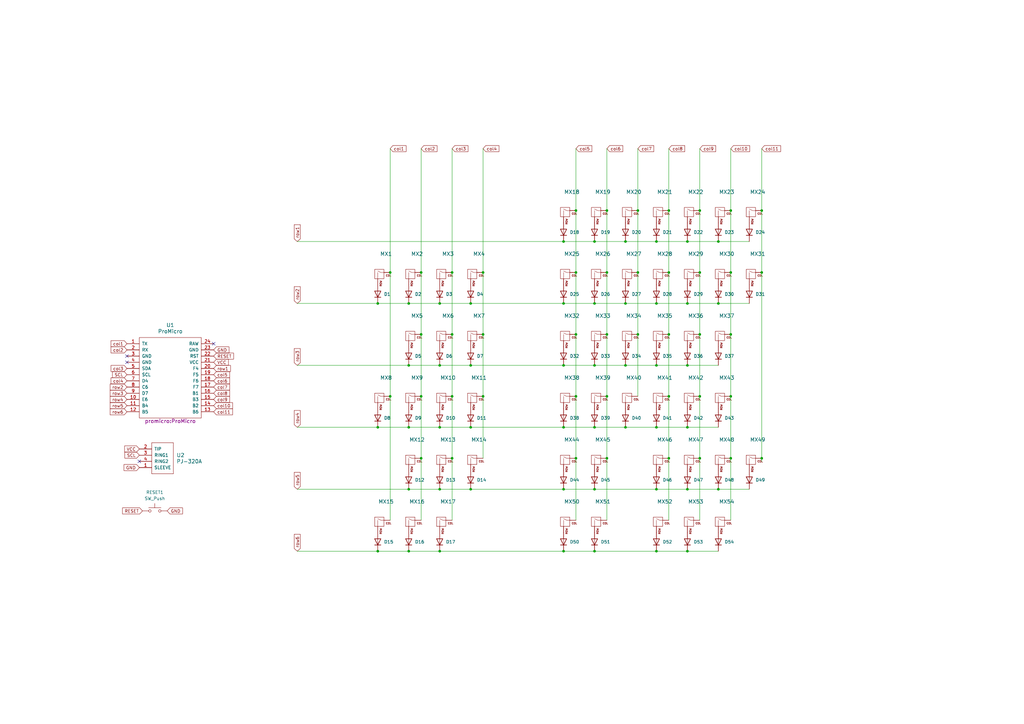
<source format=kicad_sch>
(kicad_sch (version 20230121) (generator eeschema)
  (paper "A3")
  (junction (at 261.62 137.16))
  (junction (at 294.64 124.46))
  (junction (at 269.24 226.06))
  (junction (at 243.84 200.66))
  (junction (at 299.72 162.56))
  (junction (at 236.22 187.96))
  (junction (at 198.12 137.16))
  (junction (at 281.94 175.26))
  (junction (at 231.14 226.06))
  (junction (at 269.24 149.86))
  (junction (at 281.94 200.66))
  (junction (at 248.92 137.16))
  (junction (at 274.32 111.76))
  (junction (at 236.22 162.56))
  (junction (at 180.34 149.86))
  (junction (at 243.84 99.06))
  (junction (at 281.94 149.86))
  (junction (at 172.72 162.56))
  (junction (at 231.14 149.86))
  (junction (at 261.62 86.36))
  (junction (at 180.34 175.26))
  (junction (at 248.92 187.96))
  (junction (at 198.12 111.76))
  (junction (at 274.32 137.16))
  (junction (at 287.02 162.56))
  (junction (at 236.22 111.76))
  (junction (at 299.72 111.76))
  (junction (at 236.22 86.36))
  (junction (at 167.64 226.06))
  (junction (at 269.24 175.26))
  (junction (at 243.84 226.06))
  (junction (at 185.42 111.76))
  (junction (at 287.02 86.36))
  (junction (at 243.84 124.46))
  (junction (at 172.72 187.96))
  (junction (at 299.72 137.16))
  (junction (at 160.02 162.56))
  (junction (at 287.02 111.76))
  (junction (at 287.02 137.16))
  (junction (at 231.14 200.66))
  (junction (at 193.04 149.86))
  (junction (at 160.02 111.76))
  (junction (at 231.14 99.06))
  (junction (at 269.24 200.66))
  (junction (at 172.72 111.76))
  (junction (at 274.32 162.56))
  (junction (at 261.62 111.76))
  (junction (at 287.02 187.96))
  (junction (at 236.22 137.16))
  (junction (at 256.54 99.06))
  (junction (at 198.12 162.56))
  (junction (at 256.54 124.46))
  (junction (at 243.84 149.86))
  (junction (at 312.42 86.36))
  (junction (at 180.34 124.46))
  (junction (at 193.04 124.46))
  (junction (at 281.94 124.46))
  (junction (at 248.92 111.76))
  (junction (at 154.94 124.46))
  (junction (at 294.64 99.06))
  (junction (at 185.42 162.56))
  (junction (at 294.64 200.66))
  (junction (at 180.34 226.06))
  (junction (at 299.72 86.36))
  (junction (at 256.54 149.86))
  (junction (at 231.14 175.26))
  (junction (at 312.42 187.96))
  (junction (at 167.64 149.86))
  (junction (at 248.92 86.36))
  (junction (at 172.72 137.16))
  (junction (at 274.32 86.36))
  (junction (at 154.94 226.06))
  (junction (at 193.04 175.26))
  (junction (at 281.94 99.06))
  (junction (at 256.54 175.26))
  (junction (at 180.34 200.66))
  (junction (at 248.92 162.56))
  (junction (at 269.24 99.06))
  (junction (at 299.72 187.96))
  (junction (at 231.14 124.46))
  (junction (at 154.94 175.26))
  (junction (at 312.42 111.76))
  (junction (at 269.24 124.46))
  (junction (at 167.64 200.66))
  (junction (at 167.64 124.46))
  (junction (at 185.42 137.16))
  (junction (at 185.42 187.96))
  (junction (at 274.32 187.96))
  (junction (at 243.84 175.26))
  (junction (at 167.64 175.26))
  (junction (at 281.94 226.06))
  (junction (at 193.04 200.66))
  (no_connect (at 87.63 140.97))
  (no_connect (at 52.07 148.59))
  (no_connect (at 52.07 146.05))
  (no_connect (at 57.15 189.23))
  (wire (pts (xy 287.02 162.56) (xy 287.02 187.96)))
  (wire (pts (xy 236.22 111.76) (xy 236.22 137.16)))
  (wire (pts (xy 256.54 175.26) (xy 269.24 175.26)))
  (wire (pts (xy 167.64 149.86) (xy 180.34 149.86)))
  (wire (pts (xy 231.14 175.26) (xy 243.84 175.26)))
  (wire (pts (xy 243.84 124.46) (xy 256.54 124.46)))
  (wire (pts (xy 193.04 200.66) (xy 231.14 200.66)))
  (wire (pts (xy 256.54 124.46) (xy 269.24 124.46)))
  (wire (pts (xy 274.32 137.16) (xy 274.32 162.56)))
  (wire (pts (xy 231.14 149.86) (xy 243.84 149.86)))
  (wire (pts (xy 274.32 111.76) (xy 274.32 137.16)))
  (wire (pts (xy 281.94 175.26) (xy 294.64 175.26)))
  (wire (pts (xy 154.94 226.06) (xy 167.64 226.06)))
  (wire (pts (xy 121.92 99.06) (xy 231.14 99.06)))
  (wire (pts (xy 236.22 86.36) (xy 236.22 111.76)))
  (wire (pts (xy 172.72 60.96) (xy 172.72 111.76)))
  (wire (pts (xy 167.64 124.46) (xy 180.34 124.46)))
  (wire (pts (xy 193.04 149.86) (xy 231.14 149.86)))
  (wire (pts (xy 287.02 86.36) (xy 287.02 111.76)))
  (wire (pts (xy 269.24 124.46) (xy 281.94 124.46)))
  (wire (pts (xy 299.72 137.16) (xy 299.72 162.56)))
  (wire (pts (xy 121.92 149.86) (xy 167.64 149.86)))
  (wire (pts (xy 180.34 200.66) (xy 193.04 200.66)))
  (wire (pts (xy 180.34 175.26) (xy 193.04 175.26)))
  (wire (pts (xy 172.72 162.56) (xy 172.72 187.96)))
  (wire (pts (xy 160.02 111.76) (xy 160.02 162.56)))
  (wire (pts (xy 180.34 124.46) (xy 193.04 124.46)))
  (wire (pts (xy 180.34 149.86) (xy 193.04 149.86)))
  (wire (pts (xy 274.32 187.96) (xy 274.32 213.36)))
  (wire (pts (xy 312.42 60.96) (xy 312.42 86.36)))
  (wire (pts (xy 261.62 86.36) (xy 261.62 111.76)))
  (wire (pts (xy 167.64 200.66) (xy 180.34 200.66)))
  (wire (pts (xy 248.92 111.76) (xy 248.92 137.16)))
  (wire (pts (xy 231.14 99.06) (xy 243.84 99.06)))
  (wire (pts (xy 121.92 200.66) (xy 167.64 200.66)))
  (wire (pts (xy 167.64 226.06) (xy 180.34 226.06)))
  (wire (pts (xy 172.72 111.76) (xy 172.72 137.16)))
  (wire (pts (xy 248.92 86.36) (xy 248.92 111.76)))
  (wire (pts (xy 243.84 226.06) (xy 269.24 226.06)))
  (wire (pts (xy 269.24 200.66) (xy 281.94 200.66)))
  (wire (pts (xy 261.62 111.76) (xy 261.62 137.16)))
  (wire (pts (xy 281.94 99.06) (xy 294.64 99.06)))
  (wire (pts (xy 299.72 60.96) (xy 299.72 86.36)))
  (wire (pts (xy 281.94 200.66) (xy 294.64 200.66)))
  (wire (pts (xy 269.24 175.26) (xy 281.94 175.26)))
  (wire (pts (xy 312.42 187.96) (xy 312.42 189.23)))
  (wire (pts (xy 231.14 200.66) (xy 243.84 200.66)))
  (wire (pts (xy 312.42 111.76) (xy 312.42 187.96)))
  (wire (pts (xy 261.62 137.16) (xy 261.62 162.56)))
  (wire (pts (xy 243.84 200.66) (xy 269.24 200.66)))
  (wire (pts (xy 180.34 226.06) (xy 231.14 226.06)))
  (wire (pts (xy 167.64 175.26) (xy 180.34 175.26)))
  (wire (pts (xy 248.92 60.96) (xy 248.92 86.36)))
  (wire (pts (xy 281.94 124.46) (xy 294.64 124.46)))
  (wire (pts (xy 248.92 137.16) (xy 248.92 162.56)))
  (wire (pts (xy 185.42 187.96) (xy 185.42 213.36)))
  (wire (pts (xy 154.94 124.46) (xy 167.64 124.46)))
  (wire (pts (xy 243.84 99.06) (xy 256.54 99.06)))
  (wire (pts (xy 193.04 124.46) (xy 231.14 124.46)))
  (wire (pts (xy 287.02 111.76) (xy 287.02 137.16)))
  (wire (pts (xy 243.84 149.86) (xy 256.54 149.86)))
  (wire (pts (xy 299.72 111.76) (xy 299.72 137.16)))
  (wire (pts (xy 281.94 149.86) (xy 294.64 149.86)))
  (wire (pts (xy 198.12 60.96) (xy 198.12 111.76)))
  (wire (pts (xy 236.22 162.56) (xy 236.22 187.96)))
  (wire (pts (xy 269.24 99.06) (xy 281.94 99.06)))
  (wire (pts (xy 198.12 111.76) (xy 198.12 137.16)))
  (wire (pts (xy 248.92 162.56) (xy 248.92 187.96)))
  (wire (pts (xy 193.04 175.26) (xy 231.14 175.26)))
  (wire (pts (xy 287.02 60.96) (xy 287.02 86.36)))
  (wire (pts (xy 294.64 200.66) (xy 307.34 200.66)))
  (wire (pts (xy 299.72 187.96) (xy 299.72 213.36)))
  (wire (pts (xy 294.64 99.06) (xy 307.34 99.06)))
  (wire (pts (xy 185.42 137.16) (xy 185.42 162.56)))
  (wire (pts (xy 294.64 124.46) (xy 307.34 124.46)))
  (wire (pts (xy 281.94 226.06) (xy 294.64 226.06)))
  (wire (pts (xy 243.84 175.26) (xy 256.54 175.26)))
  (wire (pts (xy 121.92 124.46) (xy 154.94 124.46)))
  (wire (pts (xy 160.02 162.56) (xy 160.02 213.36)))
  (wire (pts (xy 299.72 162.56) (xy 299.72 187.96)))
  (wire (pts (xy 185.42 111.76) (xy 185.42 137.16)))
  (wire (pts (xy 154.94 175.26) (xy 167.64 175.26)))
  (wire (pts (xy 231.14 124.46) (xy 243.84 124.46)))
  (wire (pts (xy 269.24 149.86) (xy 281.94 149.86)))
  (wire (pts (xy 185.42 162.56) (xy 185.42 187.96)))
  (wire (pts (xy 231.14 226.06) (xy 243.84 226.06)))
  (wire (pts (xy 198.12 137.16) (xy 198.12 162.56)))
  (wire (pts (xy 274.32 162.56) (xy 274.32 187.96)))
  (wire (pts (xy 121.92 226.06) (xy 154.94 226.06)))
  (wire (pts (xy 248.92 187.96) (xy 248.92 213.36)))
  (wire (pts (xy 299.72 86.36) (xy 299.72 111.76)))
  (wire (pts (xy 172.72 137.16) (xy 172.72 162.56)))
  (wire (pts (xy 287.02 187.96) (xy 287.02 213.36)))
  (wire (pts (xy 236.22 187.96) (xy 236.22 213.36)))
  (wire (pts (xy 198.12 162.56) (xy 198.12 187.96)))
  (wire (pts (xy 261.62 60.96) (xy 261.62 86.36)))
  (wire (pts (xy 185.42 60.96) (xy 185.42 111.76)))
  (wire (pts (xy 172.72 187.96) (xy 172.72 213.36)))
  (wire (pts (xy 256.54 99.06) (xy 269.24 99.06)))
  (wire (pts (xy 287.02 137.16) (xy 287.02 162.56)))
  (wire (pts (xy 256.54 149.86) (xy 269.24 149.86)))
  (wire (pts (xy 236.22 137.16) (xy 236.22 162.56)))
  (wire (pts (xy 274.32 86.36) (xy 274.32 111.76)))
  (wire (pts (xy 160.02 60.96) (xy 160.02 111.76)))
  (wire (pts (xy 312.42 86.36) (xy 312.42 111.76)))
  (wire (pts (xy 121.92 175.26) (xy 154.94 175.26)))
  (wire (pts (xy 236.22 60.96) (xy 236.22 86.36)))
  (wire (pts (xy 269.24 226.06) (xy 281.94 226.06)))
  (wire (pts (xy 274.32 60.96) (xy 274.32 86.36)))
  (global_label "row4" (shape input) (at 121.92 175.26 90) (property "Intersheetrefs" "${INTERSHEET_REFS}" (effects hide)))
  (global_label "col3" (shape input) (at 185.42 60.96 0) (property "Intersheetrefs" "${INTERSHEET_REFS}" (effects hide)))
  (global_label "col7" (shape input) (at 87.63 158.75 0) (property "Intersheetrefs" "${INTERSHEET_REFS}" (effects hide)))
  (global_label "GND" (shape input) (at 68.58 209.55 0) (property "Intersheetrefs" "${INTERSHEET_REFS}" (effects hide)))
  (global_label "SCL" (shape input) (at 52.07 153.67 180) (property "Intersheetrefs" "${INTERSHEET_REFS}" (effects hide)))
  (global_label "row3" (shape input) (at 52.07 161.29 180) (property "Intersheetrefs" "${INTERSHEET_REFS}" (effects hide)))
  (global_label "col5" (shape input) (at 87.63 153.67 0) (property "Intersheetrefs" "${INTERSHEET_REFS}" (effects hide)))
  (global_label "col9" (shape input) (at 287.02 60.96 0) (property "Intersheetrefs" "${INTERSHEET_REFS}" (effects hide)))
  (global_label "row3" (shape input) (at 121.92 149.86 90) (property "Intersheetrefs" "${INTERSHEET_REFS}" (effects hide)))
  (global_label "row1" (shape input) (at 87.63 151.13 0) (property "Intersheetrefs" "${INTERSHEET_REFS}" (effects hide)))
  (global_label "col7" (shape input) (at 261.62 60.96 0) (property "Intersheetrefs" "${INTERSHEET_REFS}" (effects hide)))
  (global_label "col8" (shape input) (at 274.32 60.96 0) (property "Intersheetrefs" "${INTERSHEET_REFS}" (effects hide)))
  (global_label "col10" (shape input) (at 299.72 60.96 0) (property "Intersheetrefs" "${INTERSHEET_REFS}" (effects hide)))
  (global_label "GND" (shape input) (at 87.63 143.51 0) (property "Intersheetrefs" "${INTERSHEET_REFS}" (effects hide)))
  (global_label "col8" (shape input) (at 87.63 161.29 0) (property "Intersheetrefs" "${INTERSHEET_REFS}" (effects hide)))
  (global_label "row2" (shape input) (at 121.92 124.46 90) (property "Intersheetrefs" "${INTERSHEET_REFS}" (effects hide)))
  (global_label "VCC" (shape input) (at 57.15 184.15 180) (property "Intersheetrefs" "${INTERSHEET_REFS}" (effects hide)))
  (global_label "row5" (shape input) (at 52.07 166.37 180) (property "Intersheetrefs" "${INTERSHEET_REFS}" (effects hide)))
  (global_label "row1" (shape input) (at 121.92 99.06 90) (property "Intersheetrefs" "${INTERSHEET_REFS}" (effects hide)))
  (global_label "col6" (shape input) (at 87.63 156.21 0) (property "Intersheetrefs" "${INTERSHEET_REFS}" (effects hide)))
  (global_label "col5" (shape input) (at 236.22 60.96 0) (property "Intersheetrefs" "${INTERSHEET_REFS}" (effects hide)))
  (global_label "col3" (shape input) (at 52.07 151.13 180) (property "Intersheetrefs" "${INTERSHEET_REFS}" (effects hide)))
  (global_label "GND" (shape input) (at 57.15 191.77 180) (property "Intersheetrefs" "${INTERSHEET_REFS}" (effects hide)))
  (global_label "col2" (shape input) (at 172.72 60.96 0) (property "Intersheetrefs" "${INTERSHEET_REFS}" (effects hide)))
  (global_label "RESET" (shape input) (at 87.63 146.05 0) (property "Intersheetrefs" "${INTERSHEET_REFS}" (effects hide)))
  (global_label "row2" (shape input) (at 52.07 158.75 180) (property "Intersheetrefs" "${INTERSHEET_REFS}" (effects hide)))
  (global_label "row6" (shape input) (at 52.07 168.91 180) (property "Intersheetrefs" "${INTERSHEET_REFS}" (effects hide)))
  (global_label "col6" (shape input) (at 248.92 60.96 0) (property "Intersheetrefs" "${INTERSHEET_REFS}" (effects hide)))
  (global_label "VCC" (shape input) (at 87.63 148.59 0) (property "Intersheetrefs" "${INTERSHEET_REFS}" (effects hide)))
  (global_label "col4" (shape input) (at 198.12 60.96 0) (property "Intersheetrefs" "${INTERSHEET_REFS}" (effects hide)))
  (global_label "col1" (shape input) (at 160.02 60.96 0) (property "Intersheetrefs" "${INTERSHEET_REFS}" (effects hide)))
  (global_label "RESET" (shape input) (at 58.42 209.55 180) (property "Intersheetrefs" "${INTERSHEET_REFS}" (effects hide)))
  (global_label "col4" (shape input) (at 52.07 156.21 180) (property "Intersheetrefs" "${INTERSHEET_REFS}" (effects hide)))
  (global_label "row5" (shape input) (at 121.92 200.66 90) (property "Intersheetrefs" "${INTERSHEET_REFS}" (effects hide)))
  (global_label "row4" (shape input) (at 52.07 163.83 180) (property "Intersheetrefs" "${INTERSHEET_REFS}" (effects hide)))
  (global_label "col2" (shape input) (at 52.07 143.51 180) (property "Intersheetrefs" "${INTERSHEET_REFS}" (effects hide)))
  (global_label "col9" (shape input) (at 87.63 163.83 0) (property "Intersheetrefs" "${INTERSHEET_REFS}" (effects hide)))
  (global_label "row6" (shape input) (at 121.92 226.06 90) (property "Intersheetrefs" "${INTERSHEET_REFS}" (effects hide)))
  (global_label "SCL" (shape input) (at 57.15 186.69 180) (property "Intersheetrefs" "${INTERSHEET_REFS}" (effects hide)))
  (global_label "col11" (shape input) (at 87.63 168.91 0) (property "Intersheetrefs" "${INTERSHEET_REFS}" (effects hide)))
  (global_label "col11" (shape input) (at 312.42 60.96 0) (property "Intersheetrefs" "${INTERSHEET_REFS}" (effects hide)))
  (global_label "col10" (shape input) (at 87.63 166.37 0) (property "Intersheetrefs" "${INTERSHEET_REFS}" (effects hide)))
  (global_label "col1" (shape input) (at 52.07 140.97 180) (property "Intersheetrefs" "${INTERSHEET_REFS}" (effects hide)))
  (symbol (lib_id "Diode:1N4148") (at 243.84 222.25 90) (unit 1)
    (property "Reference" "D51" (at 246.38 222.25 90) (effects (justify right)))
    (property "Value" "1N4148" (effects hide))
    (property "Footprint" "Diode_THT:D_DO-35_SOD27_P7.62mm_Horizontal" (effects hide))
    (property "Datasheet" "https://assets.nexperia.com/documents/data-sheet/1N4148_1N4448.pdf" (effects hide))
    (property "Sim.Device" "D" (effects hide))
    (property "Sim.Pins" "1=K 2=A" (effects hide))
  )
  (symbol (lib_id "Diode:1N4148") (at 294.64 146.05 90) (unit 1)
    (property "Reference" "D37" (at 297.18 146.05 90) (effects (justify right)))
    (property "Value" "1N4148" (effects hide))
    (property "Footprint" "Diode_THT:D_DO-35_SOD27_P7.62mm_Horizontal" (effects hide))
    (property "Datasheet" "https://assets.nexperia.com/documents/data-sheet/1N4148_1N4448.pdf" (effects hide))
    (property "Sim.Device" "D" (effects hide))
    (property "Sim.Pins" "1=K 2=A" (effects hide))
  )
  (symbol (lib_id "MX_Alps_Hybrid:MX-NoLED") (at 181.61 113.03 0) (unit 1)
    (property "Reference" "MX3" (at 183.7632 104.14 0) (effects (font (size 1.524 1.524))))
    (property "Value" "MX-NoLED" (effects hide))
    (property "Footprint" "MX_Only:MXOnly-1U-Hotswap" (effects hide))
  )
  (symbol (lib_id "Diode:1N4148") (at 294.64 120.65 90) (unit 1)
    (property "Reference" "D30" (at 297.18 120.65 90) (effects (justify right)))
    (property "Value" "1N4148" (effects hide))
    (property "Footprint" "Diode_THT:D_DO-35_SOD27_P7.62mm_Horizontal" (effects hide))
    (property "Datasheet" "https://assets.nexperia.com/documents/data-sheet/1N4148_1N4448.pdf" (effects hide))
    (property "Sim.Device" "D" (effects hide))
    (property "Sim.Pins" "1=K 2=A" (effects hide))
  )
  (symbol (lib_id "Diode:1N4148") (at 269.24 196.85 90) (unit 1)
    (property "Reference" "D46" (at 271.78 196.85 90) (effects (justify right)))
    (property "Value" "1N4148" (effects hide))
    (property "Footprint" "Diode_THT:D_DO-35_SOD27_P7.62mm_Horizontal" (effects hide))
    (property "Datasheet" "https://assets.nexperia.com/documents/data-sheet/1N4148_1N4448.pdf" (effects hide))
    (property "Sim.Device" "D" (effects hide))
    (property "Sim.Pins" "1=K 2=A" (effects hide))
  )
  (symbol (lib_id "MX_Alps_Hybrid:MX-NoLED") (at 295.91 214.63 0) (unit 1)
    (property "Reference" "MX54" (at 298.0632 205.74 0) (effects (font (size 1.524 1.524))))
    (property "Value" "MX-NoLED" (effects hide))
    (property "Footprint" "MX_Only:MXOnly-2.25U-Hotswap" (effects hide))
  )
  (symbol (lib_id "MX_Alps_Hybrid:MX-NoLED") (at 270.51 138.43 0) (unit 1)
    (property "Reference" "MX35" (at 272.6632 129.54 0) (effects (font (size 1.524 1.524))))
    (property "Value" "MX-NoLED" (effects hide))
    (property "Footprint" "MX_Only:MXOnly-1U-Hotswap" (effects hide))
  )
  (symbol (lib_id "MX_Alps_Hybrid:MX-NoLED") (at 232.41 113.03 0) (unit 1)
    (property "Reference" "MX25" (at 234.5632 104.14 0) (effects (font (size 1.524 1.524))))
    (property "Value" "MX-NoLED" (effects hide))
    (property "Footprint" "MX_Only:MXOnly-1U-Hotswap" (effects hide))
  )
  (symbol (lib_id "MX_Alps_Hybrid:MX-NoLED") (at 283.21 138.43 0) (unit 1)
    (property "Reference" "MX36" (at 285.3632 129.54 0) (effects (font (size 1.524 1.524))))
    (property "Value" "MX-NoLED" (effects hide))
    (property "Footprint" "MX_Only:MXOnly-1U-Hotswap" (effects hide))
  )
  (symbol (lib_id "MX_Alps_Hybrid:MX-NoLED") (at 257.81 163.83 0) (unit 1)
    (property "Reference" "MX40" (at 259.9632 154.94 0) (effects (font (size 1.524 1.524))))
    (property "Value" "MX-NoLED" (effects hide))
    (property "Footprint" "MX_Only:MXOnly-1U-Hotswap" (effects hide))
  )
  (symbol (lib_id "MX_Alps_Hybrid:MX-NoLED") (at 181.61 163.83 0) (unit 1)
    (property "Reference" "MX10" (at 183.7632 154.94 0) (effects (font (size 1.524 1.524))))
    (property "Value" "MX-NoLED" (effects hide))
    (property "Footprint" "MX_Only:MXOnly-1U-Hotswap" (effects hide))
  )
  (symbol (lib_id "Diode:1N4148") (at 294.64 95.25 90) (unit 1)
    (property "Reference" "D23" (at 297.18 95.25 90) (effects (justify right)))
    (property "Value" "1N4148" (effects hide))
    (property "Footprint" "Diode_THT:D_DO-35_SOD27_P7.62mm_Horizontal" (effects hide))
    (property "Datasheet" "https://assets.nexperia.com/documents/data-sheet/1N4148_1N4448.pdf" (effects hide))
    (property "Sim.Device" "D" (effects hide))
    (property "Sim.Pins" "1=K 2=A" (effects hide))
  )
  (symbol (lib_id "Diode:1N4148") (at 180.34 196.85 90) (unit 1)
    (property "Reference" "D13" (at 182.88 196.85 90) (effects (justify right)))
    (property "Value" "1N4148" (effects hide))
    (property "Footprint" "Diode_THT:D_DO-35_SOD27_P7.62mm_Horizontal" (effects hide))
    (property "Datasheet" "https://assets.nexperia.com/documents/data-sheet/1N4148_1N4448.pdf" (effects hide))
    (property "Sim.Device" "D" (effects hide))
    (property "Sim.Pins" "1=K 2=A" (effects hide))
  )
  (symbol (lib_id "Diode:1N4148") (at 193.04 196.85 90) (unit 1)
    (property "Reference" "D14" (at 195.58 196.85 90) (effects (justify right)))
    (property "Value" "1N4148" (effects hide))
    (property "Footprint" "Diode_THT:D_DO-35_SOD27_P7.62mm_Horizontal" (effects hide))
    (property "Datasheet" "https://assets.nexperia.com/documents/data-sheet/1N4148_1N4448.pdf" (effects hide))
    (property "Sim.Device" "D" (effects hide))
    (property "Sim.Pins" "1=K 2=A" (effects hide))
  )
  (symbol (lib_id "MX_Alps_Hybrid:MX-NoLED") (at 270.51 189.23 0) (unit 1)
    (property "Reference" "MX46" (at 272.6632 180.34 0) (effects (font (size 1.524 1.524))))
    (property "Value" "MX-NoLED" (effects hide))
    (property "Footprint" "MX_Only:MXOnly-1U-Hotswap" (effects hide))
  )
  (symbol (lib_id "Diode:1N4148") (at 167.64 146.05 90) (unit 1)
    (property "Reference" "D5" (at 170.18 146.05 90) (effects (justify right)))
    (property "Value" "1N4148" (effects hide))
    (property "Footprint" "Diode_THT:D_DO-35_SOD27_P7.62mm_Horizontal" (effects hide))
    (property "Datasheet" "https://assets.nexperia.com/documents/data-sheet/1N4148_1N4448.pdf" (effects hide))
    (property "Sim.Device" "D" (effects hide))
    (property "Sim.Pins" "1=K 2=A" (effects hide))
  )
  (symbol (lib_id "Diode:1N4148") (at 281.94 95.25 90) (unit 1)
    (property "Reference" "D22" (at 284.48 95.25 90) (effects (justify right)))
    (property "Value" "1N4148" (effects hide))
    (property "Footprint" "Diode_THT:D_DO-35_SOD27_P7.62mm_Horizontal" (effects hide))
    (property "Datasheet" "https://assets.nexperia.com/documents/data-sheet/1N4148_1N4448.pdf" (effects hide))
    (property "Sim.Device" "D" (effects hide))
    (property "Sim.Pins" "1=K 2=A" (effects hide))
  )
  (symbol (lib_id "Diode:1N4148") (at 243.84 146.05 90) (unit 1)
    (property "Reference" "D33" (at 246.38 146.05 90) (effects (justify right)))
    (property "Value" "1N4148" (effects hide))
    (property "Footprint" "Diode_THT:D_DO-35_SOD27_P7.62mm_Horizontal" (effects hide))
    (property "Datasheet" "https://assets.nexperia.com/documents/data-sheet/1N4148_1N4448.pdf" (effects hide))
    (property "Sim.Device" "D" (effects hide))
    (property "Sim.Pins" "1=K 2=A" (effects hide))
  )
  (symbol (lib_id "MX_Alps_Hybrid:MX-NoLED") (at 168.91 214.63 0) (unit 1)
    (property "Reference" "MX16" (at 171.0632 205.74 0) (effects (font (size 1.524 1.524))))
    (property "Value" "MX-NoLED" (effects hide))
    (property "Footprint" "MX_Only:MXOnly-1U-Hotswap" (effects hide))
  )
  (symbol (lib_id "MX_Alps_Hybrid:MX-NoLED") (at 232.41 189.23 0) (unit 1)
    (property "Reference" "MX44" (at 234.5632 180.34 0) (effects (font (size 1.524 1.524))))
    (property "Value" "MX-NoLED" (effects hide))
    (property "Footprint" "MX_Only:MXOnly-2.25U-Hotswap" (effects hide))
  )
  (symbol (lib_id "Diode:1N4148") (at 294.64 196.85 90) (unit 1)
    (property "Reference" "D48" (at 297.18 196.85 90) (effects (justify right)))
    (property "Value" "1N4148" (effects hide))
    (property "Footprint" "Diode_THT:D_DO-35_SOD27_P7.62mm_Horizontal" (effects hide))
    (property "Datasheet" "https://assets.nexperia.com/documents/data-sheet/1N4148_1N4448.pdf" (effects hide))
    (property "Sim.Device" "D" (effects hide))
    (property "Sim.Pins" "1=K 2=A" (effects hide))
  )
  (symbol (lib_id "MX_Alps_Hybrid:MX-NoLED") (at 257.81 113.03 0) (unit 1)
    (property "Reference" "MX27" (at 259.9632 104.14 0) (effects (font (size 1.524 1.524))))
    (property "Value" "MX-NoLED" (effects hide))
    (property "Footprint" "MX_Only:MXOnly-1U-Hotswap" (effects hide))
  )
  (symbol (lib_id "MX_Alps_Hybrid:MX-NoLED") (at 181.61 138.43 0) (unit 1)
    (property "Reference" "MX6" (at 183.7632 129.54 0) (effects (font (size 1.524 1.524))))
    (property "Value" "MX-NoLED" (effects hide))
    (property "Footprint" "MX_Only:MXOnly-1U-Hotswap" (effects hide))
  )
  (symbol (lib_id "Diode:1N4148") (at 307.34 95.25 90) (unit 1)
    (property "Reference" "D24" (at 309.88 95.25 90) (effects (justify right)))
    (property "Value" "1N4148" (effects hide))
    (property "Footprint" "Diode_THT:D_DO-35_SOD27_P7.62mm_Horizontal" (effects hide))
    (property "Datasheet" "https://assets.nexperia.com/documents/data-sheet/1N4148_1N4448.pdf" (effects hide))
    (property "Sim.Device" "D" (effects hide))
    (property "Sim.Pins" "1=K 2=A" (effects hide))
  )
  (symbol (lib_id "promicro:ProMicro") (at 69.85 160.02 0) (unit 1)
    (property "Reference" "U1" (at 69.85 133.35 0) (effects (font (size 1.524 1.524))))
    (property "Value" "ProMicro" (at 69.85 135.89 0) (effects (font (size 1.524 1.524))))
    (property "Footprint" "promicro:ProMicro" (at 69.85 172.72 0) (effects (font (size 1.524 1.524))))
  )
  (symbol (lib_id "Diode:1N4148") (at 167.64 222.25 90) (unit 1)
    (property "Reference" "D16" (at 170.18 222.25 90) (effects (justify right)))
    (property "Value" "1N4148" (effects hide))
    (property "Footprint" "Diode_THT:D_DO-35_SOD27_P7.62mm_Horizontal" (effects hide))
    (property "Datasheet" "https://assets.nexperia.com/documents/data-sheet/1N4148_1N4448.pdf" (effects hide))
    (property "Sim.Device" "D" (effects hide))
    (property "Sim.Pins" "1=K 2=A" (effects hide))
  )
  (symbol (lib_id "MX_Alps_Hybrid:MX-NoLED") (at 245.11 87.63 0) (unit 1)
    (property "Reference" "MX19" (at 247.2632 78.74 0) (effects (font (size 1.524 1.524))))
    (property "Value" "MX-NoLED" (effects hide))
    (property "Footprint" "MX_Only:MXOnly-1U-Hotswap" (effects hide))
  )
  (symbol (lib_id "MX_Alps_Hybrid:MX-NoLED") (at 257.81 87.63 0) (unit 1)
    (property "Reference" "MX20" (at 259.9632 78.74 0) (effects (font (size 1.524 1.524))))
    (property "Value" "MX-NoLED" (effects hide))
    (property "Footprint" "MX_Only:MXOnly-1U-Hotswap" (effects hide))
  )
  (symbol (lib_id "MX_Alps_Hybrid:MX-NoLED") (at 270.51 113.03 0) (unit 1)
    (property "Reference" "MX28" (at 272.6632 104.14 0) (effects (font (size 1.524 1.524))))
    (property "Value" "MX-NoLED" (effects hide))
    (property "Footprint" "MX_Only:MXOnly-1U-Hotswap" (effects hide))
  )
  (symbol (lib_id "Diode:1N4148") (at 243.84 171.45 90) (unit 1)
    (property "Reference" "D39" (at 246.38 171.45 90) (effects (justify right)))
    (property "Value" "1N4148" (effects hide))
    (property "Footprint" "Diode_THT:D_DO-35_SOD27_P7.62mm_Horizontal" (effects hide))
    (property "Datasheet" "https://assets.nexperia.com/documents/data-sheet/1N4148_1N4448.pdf" (effects hide))
    (property "Sim.Device" "D" (effects hide))
    (property "Sim.Pins" "1=K 2=A" (effects hide))
  )
  (symbol (lib_id "Diode:1N4148") (at 167.64 120.65 90) (unit 1)
    (property "Reference" "D2" (at 170.18 120.65 90) (effects (justify right)))
    (property "Value" "1N4148" (effects hide))
    (property "Footprint" "Diode_THT:D_DO-35_SOD27_P7.62mm_Horizontal" (effects hide))
    (property "Datasheet" "https://assets.nexperia.com/documents/data-sheet/1N4148_1N4448.pdf" (effects hide))
    (property "Sim.Device" "D" (effects hide))
    (property "Sim.Pins" "1=K 2=A" (effects hide))
  )
  (symbol (lib_id "Diode:1N4148") (at 294.64 171.45 90) (unit 1)
    (property "Reference" "D43" (at 297.18 171.45 90) (effects (justify right)))
    (property "Value" "1N4148" (effects hide))
    (property "Footprint" "Diode_THT:D_DO-35_SOD27_P7.62mm_Horizontal" (effects hide))
    (property "Datasheet" "https://assets.nexperia.com/documents/data-sheet/1N4148_1N4448.pdf" (effects hide))
    (property "Sim.Device" "D" (effects hide))
    (property "Sim.Pins" "1=K 2=A" (effects hide))
  )
  (symbol (lib_id "MX_Alps_Hybrid:MX-NoLED") (at 168.91 163.83 0) (unit 1)
    (property "Reference" "MX9" (at 171.0632 154.94 0) (effects (font (size 1.524 1.524))))
    (property "Value" "MX-NoLED" (effects hide))
    (property "Footprint" "MX_Only:MXOnly-1U-Hotswap" (effects hide))
  )
  (symbol (lib_id "Diode:1N4148") (at 193.04 120.65 90) (unit 1)
    (property "Reference" "D4" (at 195.58 120.65 90) (effects (justify right)))
    (property "Value" "1N4148" (effects hide))
    (property "Footprint" "Diode_THT:D_DO-35_SOD27_P7.62mm_Horizontal" (effects hide))
    (property "Datasheet" "https://assets.nexperia.com/documents/data-sheet/1N4148_1N4448.pdf" (effects hide))
    (property "Sim.Device" "D" (effects hide))
    (property "Sim.Pins" "1=K 2=A" (effects hide))
  )
  (symbol (lib_id "MX_Alps_Hybrid:MX-NoLED") (at 156.21 163.83 0) (unit 1)
    (property "Reference" "MX8" (at 158.3632 154.94 0) (effects (font (size 1.524 1.524))))
    (property "Value" "MX-NoLED" (effects hide))
    (property "Footprint" "MX_Only:MXOnly-2U-Hotswap-VerticalStabilizers" (effects hide))
  )
  (symbol (lib_id "MX_Alps_Hybrid:MX-NoLED") (at 295.91 138.43 0) (unit 1)
    (property "Reference" "MX37" (at 298.0632 129.54 0) (effects (font (size 1.524 1.524))))
    (property "Value" "MX-NoLED" (effects hide))
    (property "Footprint" "MX_Only:MXOnly-1U-Hotswap" (effects hide))
  )
  (symbol (lib_id "Diode:1N4148") (at 243.84 95.25 90) (unit 1)
    (property "Reference" "D19" (at 246.38 95.25 90) (effects (justify right)))
    (property "Value" "1N4148" (effects hide))
    (property "Footprint" "Diode_THT:D_DO-35_SOD27_P7.62mm_Horizontal" (effects hide))
    (property "Datasheet" "https://assets.nexperia.com/documents/data-sheet/1N4148_1N4448.pdf" (effects hide))
    (property "Sim.Device" "D" (effects hide))
    (property "Sim.Pins" "1=K 2=A" (effects hide))
  )
  (symbol (lib_id "TRRS-PJ-320A:PJ-320A") (at 66.04 194.31 0) (unit 1)
    (property "Reference" "U2" (at 72.39 186.69 0) (effects (font (size 1.524 1.524)) (justify left)))
    (property "Value" "PJ-320A" (at 72.39 189.23 0) (effects (font (size 1.524 1.524)) (justify left)))
    (property "Footprint" "pj320:TRRS-PJ-320A" (effects hide))
  )
  (symbol (lib_id "Diode:1N4148") (at 231.14 196.85 90) (unit 1)
    (property "Reference" "D44" (at 233.68 196.85 90) (effects (justify right)))
    (property "Value" "1N4148" (effects hide))
    (property "Footprint" "Diode_THT:D_DO-35_SOD27_P7.62mm_Horizontal" (effects hide))
    (property "Datasheet" "https://assets.nexperia.com/documents/data-sheet/1N4148_1N4448.pdf" (effects hide))
    (property "Sim.Device" "D" (effects hide))
    (property "Sim.Pins" "1=K 2=A" (effects hide))
  )
  (symbol (lib_id "Switch:SW_Push") (at 63.5 209.55 0) (unit 1)
    (property "Reference" "RESET1" (at 63.5 201.93 0))
    (property "Value" "SW_Push" (at 63.5 204.47 0))
    (property "Footprint" "reset:ResetSW_4P" (effects hide))
  )
  (symbol (lib_id "MX_Alps_Hybrid:MX-NoLED") (at 194.31 113.03 0) (unit 1)
    (property "Reference" "MX4" (at 196.4632 104.14 0) (effects (font (size 1.524 1.524))))
    (property "Value" "MX-NoLED" (effects hide))
    (property "Footprint" "MX_Only:MXOnly-1U-Hotswap" (effects hide))
  )
  (symbol (lib_id "Diode:1N4148") (at 269.24 222.25 90) (unit 1)
    (property "Reference" "D52" (at 271.78 222.25 90) (effects (justify right)))
    (property "Value" "1N4148" (effects hide))
    (property "Footprint" "Diode_THT:D_DO-35_SOD27_P7.62mm_Horizontal" (effects hide))
    (property "Datasheet" "https://assets.nexperia.com/documents/data-sheet/1N4148_1N4448.pdf" (effects hide))
    (property "Sim.Device" "D" (effects hide))
    (property "Sim.Pins" "1=K 2=A" (effects hide))
  )
  (symbol (lib_id "Diode:1N4148") (at 281.94 196.85 90) (unit 1)
    (property "Reference" "D47" (at 284.48 196.85 90) (effects (justify right)))
    (property "Value" "1N4148" (effects hide))
    (property "Footprint" "Diode_THT:D_DO-35_SOD27_P7.62mm_Horizontal" (effects hide))
    (property "Datasheet" "https://assets.nexperia.com/documents/data-sheet/1N4148_1N4448.pdf" (effects hide))
    (property "Sim.Device" "D" (effects hide))
    (property "Sim.Pins" "1=K 2=A" (effects hide))
  )
  (symbol (lib_id "Diode:1N4148") (at 154.94 120.65 90) (unit 1)
    (property "Reference" "D1" (at 157.48 120.65 90) (effects (justify right)))
    (property "Value" "1N4148" (effects hide))
    (property "Footprint" "Diode_THT:D_DO-35_SOD27_P7.62mm_Horizontal" (effects hide))
    (property "Datasheet" "https://assets.nexperia.com/documents/data-sheet/1N4148_1N4448.pdf" (effects hide))
    (property "Sim.Device" "D" (effects hide))
    (property "Sim.Pins" "1=K 2=A" (effects hide))
  )
  (symbol (lib_id "MX_Alps_Hybrid:MX-NoLED") (at 245.11 138.43 0) (unit 1)
    (property "Reference" "MX33" (at 247.2632 129.54 0) (effects (font (size 1.524 1.524))))
    (property "Value" "MX-NoLED" (effects hide))
    (property "Footprint" "MX_Only:MXOnly-1U-Hotswap" (effects hide))
  )
  (symbol (lib_id "MX_Alps_Hybrid:MX-NoLED") (at 232.41 214.63 0) (unit 1)
    (property "Reference" "MX50" (at 234.5632 205.74 0) (effects (font (size 1.524 1.524))))
    (property "Value" "MX-NoLED" (effects hide))
    (property "Footprint" "MX_Only:MXOnly-1.25U-Hotswap" (effects hide))
  )
  (symbol (lib_id "Diode:1N4148") (at 167.64 171.45 90) (unit 1)
    (property "Reference" "D9" (at 170.18 171.45 90) (effects (justify right)))
    (property "Value" "1N4148" (effects hide))
    (property "Footprint" "Diode_THT:D_DO-35_SOD27_P7.62mm_Horizontal" (effects hide))
    (property "Datasheet" "https://assets.nexperia.com/documents/data-sheet/1N4148_1N4448.pdf" (effects hide))
    (property "Sim.Device" "D" (effects hide))
    (property "Sim.Pins" "1=K 2=A" (effects hide))
  )
  (symbol (lib_id "Diode:1N4148") (at 281.94 146.05 90) (unit 1)
    (property "Reference" "D36" (at 284.48 146.05 90) (effects (justify right)))
    (property "Value" "1N4148" (effects hide))
    (property "Footprint" "Diode_THT:D_DO-35_SOD27_P7.62mm_Horizontal" (effects hide))
    (property "Datasheet" "https://assets.nexperia.com/documents/data-sheet/1N4148_1N4448.pdf" (effects hide))
    (property "Sim.Device" "D" (effects hide))
    (property "Sim.Pins" "1=K 2=A" (effects hide))
  )
  (symbol (lib_id "MX_Alps_Hybrid:MX-NoLED") (at 283.21 87.63 0) (unit 1)
    (property "Reference" "MX22" (at 285.3632 78.74 0) (effects (font (size 1.524 1.524))))
    (property "Value" "MX-NoLED" (effects hide))
    (property "Footprint" "MX_Only:MXOnly-1U-Hotswap" (effects hide))
  )
  (symbol (lib_id "MX_Alps_Hybrid:MX-NoLED") (at 308.61 189.23 0) (unit 1)
    (property "Reference" "MX49" (at 310.7632 180.34 0) (effects (font (size 1.524 1.524))))
    (property "Value" "MX-NoLED" (effects hide))
    (property "Footprint" "MX_Only:MXOnly-1U-Hotswap" (effects hide))
  )
  (symbol (lib_id "Diode:1N4148") (at 281.94 222.25 90) (unit 1)
    (property "Reference" "D53" (at 284.48 222.25 90) (effects (justify right)))
    (property "Value" "1N4148" (effects hide))
    (property "Footprint" "Diode_THT:D_DO-35_SOD27_P7.62mm_Horizontal" (effects hide))
    (property "Datasheet" "https://assets.nexperia.com/documents/data-sheet/1N4148_1N4448.pdf" (effects hide))
    (property "Sim.Device" "D" (effects hide))
    (property "Sim.Pins" "1=K 2=A" (effects hide))
  )
  (symbol (lib_id "MX_Alps_Hybrid:MX-NoLED") (at 295.91 163.83 0) (unit 1)
    (property "Reference" "MX43" (at 298.0632 154.94 0) (effects (font (size 1.524 1.524))))
    (property "Value" "MX-NoLED" (effects hide))
    (property "Footprint" "MX_Only:MXOnly-1U-Hotswap" (effects hide))
  )
  (symbol (lib_id "MX_Alps_Hybrid:MX-NoLED") (at 194.31 163.83 0) (unit 1)
    (property "Reference" "MX11" (at 196.4632 154.94 0) (effects (font (size 1.524 1.524))))
    (property "Value" "MX-NoLED" (effects hide))
    (property "Footprint" "MX_Only:MXOnly-1U-Hotswap" (effects hide))
  )
  (symbol (lib_id "Diode:1N4148") (at 269.24 146.05 90) (unit 1)
    (property "Reference" "D35" (at 271.78 146.05 90) (effects (justify right)))
    (property "Value" "1N4148" (effects hide))
    (property "Footprint" "Diode_THT:D_DO-35_SOD27_P7.62mm_Horizontal" (effects hide))
    (property "Datasheet" "https://assets.nexperia.com/documents/data-sheet/1N4148_1N4448.pdf" (effects hide))
    (property "Sim.Device" "D" (effects hide))
    (property "Sim.Pins" "1=K 2=A" (effects hide))
  )
  (symbol (lib_id "Diode:1N4148") (at 307.34 120.65 90) (unit 1)
    (property "Reference" "D31" (at 309.88 120.65 90) (effects (justify right)))
    (property "Value" "1N4148" (effects hide))
    (property "Footprint" "Diode_THT:D_DO-35_SOD27_P7.62mm_Horizontal" (effects hide))
    (property "Datasheet" "https://assets.nexperia.com/documents/data-sheet/1N4148_1N4448.pdf" (effects hide))
    (property "Sim.Device" "D" (effects hide))
    (property "Sim.Pins" "1=K 2=A" (effects hide))
  )
  (symbol (lib_id "Diode:1N4148") (at 269.24 95.25 90) (unit 1)
    (property "Reference" "D21" (at 271.78 95.25 90) (effects (justify right)))
    (property "Value" "1N4148" (effects hide))
    (property "Footprint" "Diode_THT:D_DO-35_SOD27_P7.62mm_Horizontal" (effects hide))
    (property "Datasheet" "https://assets.nexperia.com/documents/data-sheet/1N4148_1N4448.pdf" (effects hide))
    (property "Sim.Device" "D" (effects hide))
    (property "Sim.Pins" "1=K 2=A" (effects hide))
  )
  (symbol (lib_id "MX_Alps_Hybrid:MX-NoLED") (at 194.31 189.23 0) (unit 1)
    (property "Reference" "MX14" (at 196.4632 180.34 0) (effects (font (size 1.524 1.524))))
    (property "Value" "MX-NoLED" (effects hide))
    (property "Footprint" "MX_Only:MXOnly-1U-Hotswap" (effects hide))
  )
  (symbol (lib_id "MX_Alps_Hybrid:MX-NoLED") (at 168.91 113.03 0) (unit 1)
    (property "Reference" "MX2" (at 171.0632 104.14 0) (effects (font (size 1.524 1.524))))
    (property "Value" "MX-NoLED" (effects hide))
    (property "Footprint" "MX_Only:MXOnly-1U-Hotswap" (effects hide))
  )
  (symbol (lib_id "MX_Alps_Hybrid:MX-NoLED") (at 295.91 87.63 0) (unit 1)
    (property "Reference" "MX23" (at 298.0632 78.74 0) (effects (font (size 1.524 1.524))))
    (property "Value" "MX-NoLED" (effects hide))
    (property "Footprint" "MX_Only:MXOnly-1U-Hotswap" (effects hide))
  )
  (symbol (lib_id "MX_Alps_Hybrid:MX-NoLED") (at 283.21 163.83 0) (unit 1)
    (property "Reference" "MX42" (at 285.3632 154.94 0) (effects (font (size 1.524 1.524))))
    (property "Value" "MX-NoLED" (effects hide))
    (property "Footprint" "MX_Only:MXOnly-1U-Hotswap" (effects hide))
  )
  (symbol (lib_id "Diode:1N4148") (at 231.14 171.45 90) (unit 1)
    (property "Reference" "D38" (at 233.68 171.45 90) (effects (justify right)))
    (property "Value" "1N4148" (effects hide))
    (property "Footprint" "Diode_THT:D_DO-35_SOD27_P7.62mm_Horizontal" (effects hide))
    (property "Datasheet" "https://assets.nexperia.com/documents/data-sheet/1N4148_1N4448.pdf" (effects hide))
    (property "Sim.Device" "D" (effects hide))
    (property "Sim.Pins" "1=K 2=A" (effects hide))
  )
  (symbol (lib_id "MX_Alps_Hybrid:MX-NoLED") (at 283.21 214.63 0) (unit 1)
    (property "Reference" "MX53" (at 285.3632 205.74 0) (effects (font (size 1.524 1.524))))
    (property "Value" "MX-NoLED" (effects hide))
    (property "Footprint" "MX_Only:MXOnly-1.25U-Hotswap" (effects hide))
  )
  (symbol (lib_id "MX_Alps_Hybrid:MX-NoLED") (at 308.61 113.03 0) (unit 1)
    (property "Reference" "MX31" (at 310.7632 104.14 0) (effects (font (size 1.524 1.524))))
    (property "Value" "MX-NoLED" (effects hide))
    (property "Footprint" "MX_Only:MXOnly-1U-Hotswap" (effects hide))
  )
  (symbol (lib_id "Diode:1N4148") (at 154.94 222.25 90) (unit 1)
    (property "Reference" "D15" (at 157.48 222.25 90) (effects (justify right)))
    (property "Value" "1N4148" (effects hide))
    (property "Footprint" "Diode_THT:D_DO-35_SOD27_P7.62mm_Horizontal" (effects hide))
    (property "Datasheet" "https://assets.nexperia.com/documents/data-sheet/1N4148_1N4448.pdf" (effects hide))
    (property "Sim.Device" "D" (effects hide))
    (property "Sim.Pins" "1=K 2=A" (effects hide))
  )
  (symbol (lib_id "MX_Alps_Hybrid:MX-NoLED") (at 270.51 214.63 0) (unit 1)
    (property "Reference" "MX52" (at 272.6632 205.74 0) (effects (font (size 1.524 1.524))))
    (property "Value" "MX-NoLED" (effects hide))
    (property "Footprint" "MX_Only:MXOnly-1.25U-Hotswap" (effects hide))
  )
  (symbol (lib_id "MX_Alps_Hybrid:MX-NoLED") (at 295.91 189.23 0) (unit 1)
    (property "Reference" "MX48" (at 298.0632 180.34 0) (effects (font (size 1.524 1.524))))
    (property "Value" "MX-NoLED" (effects hide))
    (property "Footprint" "MX_Only:MXOnly-1U-Hotswap" (effects hide))
  )
  (symbol (lib_id "Diode:1N4148") (at 180.34 120.65 90) (unit 1)
    (property "Reference" "D3" (at 182.88 120.65 90) (effects (justify right)))
    (property "Value" "1N4148" (effects hide))
    (property "Footprint" "Diode_THT:D_DO-35_SOD27_P7.62mm_Horizontal" (effects hide))
    (property "Datasheet" "https://assets.nexperia.com/documents/data-sheet/1N4148_1N4448.pdf" (effects hide))
    (property "Sim.Device" "D" (effects hide))
    (property "Sim.Pins" "1=K 2=A" (effects hide))
  )
  (symbol (lib_id "MX_Alps_Hybrid:MX-NoLED") (at 257.81 138.43 0) (unit 1)
    (property "Reference" "MX34" (at 259.9632 129.54 0) (effects (font (size 1.524 1.524))))
    (property "Value" "MX-NoLED" (effects hide))
    (property "Footprint" "MX_Only:MXOnly-1U-Hotswap" (effects hide))
  )
  (symbol (lib_id "Diode:1N4148") (at 307.34 196.85 90) (unit 1)
    (property "Reference" "D49" (at 309.88 196.85 90) (effects (justify right)))
    (property "Value" "1N4148" (effects hide))
    (property "Footprint" "Diode_THT:D_DO-35_SOD27_P7.62mm_Horizontal" (effects hide))
    (property "Datasheet" "https://assets.nexperia.com/documents/data-sheet/1N4148_1N4448.pdf" (effects hide))
    (property "Sim.Device" "D" (effects hide))
    (property "Sim.Pins" "1=K 2=A" (effects hide))
  )
  (symbol (lib_id "Diode:1N4148") (at 281.94 171.45 90) (unit 1)
    (property "Reference" "D42" (at 284.48 171.45 90) (effects (justify right)))
    (property "Value" "1N4148" (effects hide))
    (property "Footprint" "Diode_THT:D_DO-35_SOD27_P7.62mm_Horizontal" (effects hide))
    (property "Datasheet" "https://assets.nexperia.com/documents/data-sheet/1N4148_1N4448.pdf" (effects hide))
    (property "Sim.Device" "D" (effects hide))
    (property "Sim.Pins" "1=K 2=A" (effects hide))
  )
  (symbol (lib_id "Diode:1N4148") (at 167.64 196.85 90) (unit 1)
    (property "Reference" "D12" (at 170.18 196.85 90) (effects (justify right)))
    (property "Value" "1N4148" (effects hide))
    (property "Footprint" "Diode_THT:D_DO-35_SOD27_P7.62mm_Horizontal" (effects hide))
    (property "Datasheet" "https://assets.nexperia.com/documents/data-sheet/1N4148_1N4448.pdf" (effects hide))
    (property "Sim.Device" "D" (effects hide))
    (property "Sim.Pins" "1=K 2=A" (effects hide))
  )
  (symbol (lib_id "MX_Alps_Hybrid:MX-NoLED") (at 232.41 138.43 0) (unit 1)
    (property "Reference" "MX32" (at 234.5632 129.54 0) (effects (font (size 1.524 1.524))))
    (property "Value" "MX-NoLED" (effects hide))
    (property "Footprint" "MX_Only:MXOnly-1.5U-Hotswap" (effects hide))
  )
  (symbol (lib_id "Diode:1N4148") (at 231.14 222.25 90) (unit 1)
    (property "Reference" "D50" (at 233.68 222.25 90) (effects (justify right)))
    (property "Value" "1N4148" (effects hide))
    (property "Footprint" "Diode_THT:D_DO-35_SOD27_P7.62mm_Horizontal" (effects hide))
    (property "Datasheet" "https://assets.nexperia.com/documents/data-sheet/1N4148_1N4448.pdf" (effects hide))
    (property "Sim.Device" "D" (effects hide))
    (property "Sim.Pins" "1=K 2=A" (effects hide))
  )
  (symbol (lib_id "Diode:1N4148") (at 243.84 120.65 90) (unit 1)
    (property "Reference" "D26" (at 246.38 120.65 90) (effects (justify right)))
    (property "Value" "1N4148" (effects hide))
    (property "Footprint" "Diode_THT:D_DO-35_SOD27_P7.62mm_Horizontal" (effects hide))
    (property "Datasheet" "https://assets.nexperia.com/documents/data-sheet/1N4148_1N4448.pdf" (effects hide))
    (property "Sim.Device" "D" (effects hide))
    (property "Sim.Pins" "1=K 2=A" (effects hide))
  )
  (symbol (lib_id "Diode:1N4148") (at 193.04 146.05 90) (unit 1)
    (property "Reference" "D7" (at 195.58 146.05 90) (effects (justify right)))
    (property "Value" "1N4148" (effects hide))
    (property "Footprint" "Diode_THT:D_DO-35_SOD27_P7.62mm_Horizontal" (effects hide))
    (property "Datasheet" "https://assets.nexperia.com/documents/data-sheet/1N4148_1N4448.pdf" (effects hide))
    (property "Sim.Device" "D" (effects hide))
    (property "Sim.Pins" "1=K 2=A" (effects hide))
  )
  (symbol (lib_id "MX_Alps_Hybrid:MX-NoLED") (at 295.91 113.03 0) (unit 1)
    (property "Reference" "MX30" (at 298.0632 104.14 0) (effects (font (size 1.524 1.524))))
    (property "Value" "MX-NoLED" (effects hide))
    (property "Footprint" "MX_Only:MXOnly-1U-Hotswap" (effects hide))
  )
  (symbol (lib_id "MX_Alps_Hybrid:MX-NoLED") (at 270.51 87.63 0) (unit 1)
    (property "Reference" "MX21" (at 272.6632 78.74 0) (effects (font (size 1.524 1.524))))
    (property "Value" "MX-NoLED" (effects hide))
    (property "Footprint" "MX_Only:MXOnly-1U-Hotswap" (effects hide))
  )
  (symbol (lib_id "Diode:1N4148") (at 180.34 146.05 90) (unit 1)
    (property "Reference" "D6" (at 182.88 146.05 90) (effects (justify right)))
    (property "Value" "1N4148" (effects hide))
    (property "Footprint" "Diode_THT:D_DO-35_SOD27_P7.62mm_Horizontal" (effects hide))
    (property "Datasheet" "https://assets.nexperia.com/documents/data-sheet/1N4148_1N4448.pdf" (effects hide))
    (property "Sim.Device" "D" (effects hide))
    (property "Sim.Pins" "1=K 2=A" (effects hide))
  )
  (symbol (lib_id "Diode:1N4148") (at 256.54 146.05 90) (unit 1)
    (property "Reference" "D34" (at 259.08 146.05 90) (effects (justify right)))
    (property "Value" "1N4148" (effects hide))
    (property "Footprint" "Diode_THT:D_DO-35_SOD27_P7.62mm_Horizontal" (effects hide))
    (property "Datasheet" "https://assets.nexperia.com/documents/data-sheet/1N4148_1N4448.pdf" (effects hide))
    (property "Sim.Device" "D" (effects hide))
    (property "Sim.Pins" "1=K 2=A" (effects hide))
  )
  (symbol (lib_id "MX_Alps_Hybrid:MX-NoLED") (at 168.91 189.23 0) (unit 1)
    (property "Reference" "MX12" (at 171.0632 180.34 0) (effects (font (size 1.524 1.524))))
    (property "Value" "MX-NoLED" (effects hide))
    (property "Footprint" "MX_Only:MXOnly-1U-Hotswap" (effects hide))
  )
  (symbol (lib_id "MX_Alps_Hybrid:MX-NoLED") (at 308.61 87.63 0) (unit 1)
    (property "Reference" "MX24" (at 310.7632 78.74 0) (effects (font (size 1.524 1.524))))
    (property "Value" "MX-NoLED" (effects hide))
    (property "Footprint" "MX_Only:MXOnly-1U-Hotswap" (effects hide))
  )
  (symbol (lib_id "Diode:1N4148") (at 154.94 171.45 90) (unit 1)
    (property "Reference" "D8" (at 157.48 171.45 90) (effects (justify right)))
    (property "Value" "1N4148" (effects hide))
    (property "Footprint" "Diode_THT:D_DO-35_SOD27_P7.62mm_Horizontal" (effects hide))
    (property "Datasheet" "https://assets.nexperia.com/documents/data-sheet/1N4148_1N4448.pdf" (effects hide))
    (property "Sim.Device" "D" (effects hide))
    (property "Sim.Pins" "1=K 2=A" (effects hide))
  )
  (symbol (lib_id "Diode:1N4148") (at 231.14 120.65 90) (unit 1)
    (property "Reference" "D25" (at 233.68 120.65 90) (effects (justify right)))
    (property "Value" "1N4148" (effects hide))
    (property "Footprint" "Diode_THT:D_DO-35_SOD27_P7.62mm_Horizontal" (effects hide))
    (property "Datasheet" "https://assets.nexperia.com/documents/data-sheet/1N4148_1N4448.pdf" (effects hide))
    (property "Sim.Device" "D" (effects hide))
    (property "Sim.Pins" "1=K 2=A" (effects hide))
  )
  (symbol (lib_id "MX_Alps_Hybrid:MX-NoLED") (at 194.31 138.43 0) (unit 1)
    (property "Reference" "MX7" (at 196.4632 129.54 0) (effects (font (size 1.524 1.524))))
    (property "Value" "MX-NoLED" (effects hide))
    (property "Footprint" "MX_Only:MXOnly-1U-Hotswap" (effects hide))
  )
  (symbol (lib_id "Diode:1N4148") (at 180.34 222.25 90) (unit 1)
    (property "Reference" "D17" (at 182.88 222.25 90) (effects (justify right)))
    (property "Value" "1N4148" (effects hide))
    (property "Footprint" "Diode_THT:D_DO-35_SOD27_P7.62mm_Horizontal" (effects hide))
    (property "Datasheet" "https://assets.nexperia.com/documents/data-sheet/1N4148_1N4448.pdf" (effects hide))
    (property "Sim.Device" "D" (effects hide))
    (property "Sim.Pins" "1=K 2=A" (effects hide))
  )
  (symbol (lib_id "Diode:1N4148") (at 269.24 171.45 90) (unit 1)
    (property "Reference" "D41" (at 271.78 171.45 90) (effects (justify right)))
    (property "Value" "1N4148" (effects hide))
    (property "Footprint" "Diode_THT:D_DO-35_SOD27_P7.62mm_Horizontal" (effects hide))
    (property "Datasheet" "https://assets.nexperia.com/documents/data-sheet/1N4148_1N4448.pdf" (effects hide))
    (property "Sim.Device" "D" (effects hide))
    (property "Sim.Pins" "1=K 2=A" (effects hide))
  )
  (symbol (lib_id "Diode:1N4148") (at 294.64 222.25 90) (unit 1)
    (property "Reference" "D54" (at 297.18 222.25 90) (effects (justify right)))
    (property "Value" "1N4148" (effects hide))
    (property "Footprint" "Diode_THT:D_DO-35_SOD27_P7.62mm_Horizontal" (effects hide))
    (property "Datasheet" "https://assets.nexperia.com/documents/data-sheet/1N4148_1N4448.pdf" (effects hide))
    (property "Sim.Device" "D" (effects hide))
    (property "Sim.Pins" "1=K 2=A" (effects hide))
  )
  (symbol (lib_id "MX_Alps_Hybrid:MX-NoLED") (at 245.11 113.03 0) (unit 1)
    (property "Reference" "MX26" (at 247.2632 104.14 0) (effects (font (size 1.524 1.524))))
    (property "Value" "MX-NoLED" (effects hide))
    (property "Footprint" "MX_Only:MXOnly-1U-Hotswap" (effects hide))
  )
  (symbol (lib_id "Diode:1N4148") (at 256.54 171.45 90) (unit 1)
    (property "Reference" "D40" (at 259.08 171.45 90) (effects (justify right)))
    (property "Value" "1N4148" (effects hide))
    (property "Footprint" "Diode_THT:D_DO-35_SOD27_P7.62mm_Horizontal" (effects hide))
    (property "Datasheet" "https://assets.nexperia.com/documents/data-sheet/1N4148_1N4448.pdf" (effects hide))
    (property "Sim.Device" "D" (effects hide))
    (property "Sim.Pins" "1=K 2=A" (effects hide))
  )
  (symbol (lib_id "MX_Alps_Hybrid:MX-NoLED") (at 245.11 214.63 0) (unit 1)
    (property "Reference" "MX51" (at 247.2632 205.74 0) (effects (font (size 1.524 1.524))))
    (property "Value" "MX-NoLED" (effects hide))
    (property "Footprint" "MX_Only:MXOnly-1.25U-Hotswap" (effects hide))
  )
  (symbol (lib_id "Diode:1N4148") (at 256.54 95.25 90) (unit 1)
    (property "Reference" "D20" (at 259.08 95.25 90) (effects (justify right)))
    (property "Value" "1N4148" (effects hide))
    (property "Footprint" "Diode_THT:D_DO-35_SOD27_P7.62mm_Horizontal" (effects hide))
    (property "Datasheet" "https://assets.nexperia.com/documents/data-sheet/1N4148_1N4448.pdf" (effects hide))
    (property "Sim.Device" "D" (effects hide))
    (property "Sim.Pins" "1=K 2=A" (effects hide))
  )
  (symbol (lib_id "MX_Alps_Hybrid:MX-NoLED") (at 245.11 163.83 0) (unit 1)
    (property "Reference" "MX39" (at 247.2632 154.94 0) (effects (font (size 1.524 1.524))))
    (property "Value" "MX-NoLED" (effects hide))
    (property "Footprint" "MX_Only:MXOnly-1U-Hotswap" (effects hide))
  )
  (symbol (lib_id "MX_Alps_Hybrid:MX-NoLED") (at 232.41 87.63 0) (unit 1)
    (property "Reference" "MX18" (at 234.5632 78.74 0) (effects (font (size 1.524 1.524))))
    (property "Value" "MX-NoLED" (effects hide))
    (property "Footprint" "MX_Only:MXOnly-1U-Hotswap" (effects hide))
  )
  (symbol (lib_id "MX_Alps_Hybrid:MX-NoLED") (at 156.21 214.63 0) (unit 1)
    (property "Reference" "MX15" (at 158.3632 205.74 0) (effects (font (size 1.524 1.524))))
    (property "Value" "MX-NoLED" (effects hide))
    (property "Footprint" "MX_Only:MXOnly-2U-Hotswap-VerticalStabilizers" (effects hide))
  )
  (symbol (lib_id "MX_Alps_Hybrid:MX-NoLED") (at 181.61 214.63 0) (unit 1)
    (property "Reference" "MX17" (at 183.7632 205.74 0) (effects (font (size 1.524 1.524))))
    (property "Value" "MX-NoLED" (effects hide))
    (property "Footprint" "MX_Only:MXOnly-2U-Hotswap" (effects hide))
  )
  (symbol (lib_id "Diode:1N4148") (at 256.54 120.65 90) (unit 1)
    (property "Reference" "D27" (at 259.08 120.65 90) (effects (justify right)))
    (property "Value" "1N4148" (effects hide))
    (property "Footprint" "Diode_THT:D_DO-35_SOD27_P7.62mm_Horizontal" (effects hide))
    (property "Datasheet" "https://assets.nexperia.com/documents/data-sheet/1N4148_1N4448.pdf" (effects hide))
    (property "Sim.Device" "D" (effects hide))
    (property "Sim.Pins" "1=K 2=A" (effects hide))
  )
  (symbol (lib_id "MX_Alps_Hybrid:MX-NoLED") (at 270.51 163.83 0) (unit 1)
    (property "Reference" "MX41" (at 272.6632 154.94 0) (effects (font (size 1.524 1.524))))
    (property "Value" "MX-NoLED" (effects hide))
    (property "Footprint" "MX_Only:MXOnly-1U-Hotswap" (effects hide))
  )
  (symbol (lib_id "Diode:1N4148") (at 269.24 120.65 90) (unit 1)
    (property "Reference" "D28" (at 271.78 120.65 90) (effects (justify right)))
    (property "Value" "1N4148" (effects hide))
    (property "Footprint" "Diode_THT:D_DO-35_SOD27_P7.62mm_Horizontal" (effects hide))
    (property "Datasheet" "https://assets.nexperia.com/documents/data-sheet/1N4148_1N4448.pdf" (effects hide))
    (property "Sim.Device" "D" (effects hide))
    (property "Sim.Pins" "1=K 2=A" (effects hide))
  )
  (symbol (lib_id "Diode:1N4148") (at 193.04 171.45 90) (unit 1)
    (property "Reference" "D11" (at 195.58 171.45 90) (effects (justify right)))
    (property "Value" "1N4148" (effects hide))
    (property "Footprint" "Diode_THT:D_DO-35_SOD27_P7.62mm_Horizontal" (effects hide))
    (property "Datasheet" "https://assets.nexperia.com/documents/data-sheet/1N4148_1N4448.pdf" (effects hide))
    (property "Sim.Device" "D" (effects hide))
    (property "Sim.Pins" "1=K 2=A" (effects hide))
  )
  (symbol (lib_id "Diode:1N4148") (at 231.14 95.25 90) (unit 1)
    (property "Reference" "D18" (at 233.68 95.25 90) (effects (justify right)))
    (property "Value" "1N4148" (effects hide))
    (property "Footprint" "Diode_THT:D_DO-35_SOD27_P7.62mm_Horizontal" (effects hide))
    (property "Datasheet" "https://assets.nexperia.com/documents/data-sheet/1N4148_1N4448.pdf" (effects hide))
    (property "Sim.Device" "D" (effects hide))
    (property "Sim.Pins" "1=K 2=A" (effects hide))
  )
  (symbol (lib_id "MX_Alps_Hybrid:MX-NoLED") (at 283.21 113.03 0) (unit 1)
    (property "Reference" "MX29" (at 285.3632 104.14 0) (effects (font (size 1.524 1.524))))
    (property "Value" "MX-NoLED" (effects hide))
    (property "Footprint" "MX_Only:MXOnly-1U-Hotswap" (effects hide))
  )
  (symbol (lib_id "Diode:1N4148") (at 243.84 196.85 90) (unit 1)
    (property "Reference" "D45" (at 246.38 196.85 90) (effects (justify right)))
    (property "Value" "1N4148" (effects hide))
    (property "Footprint" "Diode_THT:D_DO-35_SOD27_P7.62mm_Horizontal" (effects hide))
    (property "Datasheet" "https://assets.nexperia.com/documents/data-sheet/1N4148_1N4448.pdf" (effects hide))
    (property "Sim.Device" "D" (effects hide))
    (property "Sim.Pins" "1=K 2=A" (effects hide))
  )
  (symbol (lib_id "Diode:1N4148") (at 231.14 146.05 90) (unit 1)
    (property "Reference" "D32" (at 233.68 146.05 90) (effects (justify right)))
    (property "Value" "1N4148" (effects hide))
    (property "Footprint" "Diode_THT:D_DO-35_SOD27_P7.62mm_Horizontal" (effects hide))
    (property "Datasheet" "https://assets.nexperia.com/documents/data-sheet/1N4148_1N4448.pdf" (effects hide))
    (property "Sim.Device" "D" (effects hide))
    (property "Sim.Pins" "1=K 2=A" (effects hide))
  )
  (symbol (lib_id "MX_Alps_Hybrid:MX-NoLED") (at 181.61 189.23 0) (unit 1)
    (property "Reference" "MX13" (at 183.7632 180.34 0) (effects (font (size 1.524 1.524))))
    (property "Value" "MX-NoLED" (effects hide))
    (property "Footprint" "MX_Only:MXOnly-1U-Hotswap" (effects hide))
  )
  (symbol (lib_id "MX_Alps_Hybrid:MX-NoLED") (at 156.21 113.03 0) (unit 1)
    (property "Reference" "MX1" (at 158.3632 104.14 0) (effects (font (size 1.524 1.524))))
    (property "Value" "MX-NoLED" (effects hide))
    (property "Footprint" "MX_Only:MXOnly-1U-Hotswap" (effects hide))
  )
  (symbol (lib_id "MX_Alps_Hybrid:MX-NoLED") (at 245.11 189.23 0) (unit 1)
    (property "Reference" "MX45" (at 247.2632 180.34 0) (effects (font (size 1.524 1.524))))
    (property "Value" "MX-NoLED" (effects hide))
    (property "Footprint" "MX_Only:MXOnly-1U-Hotswap" (effects hide))
  )
  (symbol (lib_id "MX_Alps_Hybrid:MX-NoLED") (at 232.41 163.83 0) (unit 1)
    (property "Reference" "MX38" (at 234.5632 154.94 0) (effects (font (size 1.524 1.524))))
    (property "Value" "MX-NoLED" (effects hide))
    (property "Footprint" "MX_Only:MXOnly-1.75U-Hotswap" (effects hide))
  )
  (symbol (lib_id "MX_Alps_Hybrid:MX-NoLED") (at 283.21 189.23 0) (unit 1)
    (property "Reference" "MX47" (at 285.3632 180.34 0) (effects (font (size 1.524 1.524))))
    (property "Value" "MX-NoLED" (effects hide))
    (property "Footprint" "MX_Only:MXOnly-1U-Hotswap" (effects hide))
  )
  (symbol (lib_id "Diode:1N4148") (at 281.94 120.65 90) (unit 1)
    (property "Reference" "D29" (at 284.48 120.65 90) (effects (justify right)))
    (property "Value" "1N4148" (effects hide))
    (property "Footprint" "Diode_THT:D_DO-35_SOD27_P7.62mm_Horizontal" (effects hide))
    (property "Datasheet" "https://assets.nexperia.com/documents/data-sheet/1N4148_1N4448.pdf" (effects hide))
    (property "Sim.Device" "D" (effects hide))
    (property "Sim.Pins" "1=K 2=A" (effects hide))
  )
  (symbol (lib_id "Diode:1N4148") (at 180.34 171.45 90) (unit 1)
    (property "Reference" "D10" (at 182.88 171.45 90) (effects (justify right)))
    (property "Value" "1N4148" (effects hide))
    (property "Footprint" "Diode_THT:D_DO-35_SOD27_P7.62mm_Horizontal" (effects hide))
    (property "Datasheet" "https://assets.nexperia.com/documents/data-sheet/1N4148_1N4448.pdf" (effects hide))
    (property "Sim.Device" "D" (effects hide))
    (property "Sim.Pins" "1=K 2=A" (effects hide))
  )
  (symbol (lib_id "MX_Alps_Hybrid:MX-NoLED") (at 168.91 138.43 0) (unit 1)
    (property "Reference" "MX5" (at 171.0632 129.54 0) (effects (font (size 1.524 1.524))))
    (property "Value" "MX-NoLED" (effects hide))
    (property "Footprint" "MX_Only:MXOnly-1U-Hotswap" (effects hide))
  )
)
</source>
